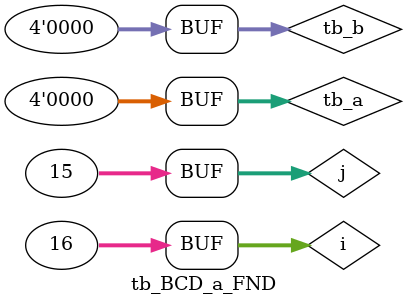
<source format=v>
module tb_BCD_a_FND;

reg [3:0] tb_a;
reg [3:0] tb_b;

wire [7:0] tb_seg1;
wire [7:0] tb_seg0;

BCD_a_FND baf (
    .a(tb_a),
    .b(tb_b),
    .seg1(tb_seg1),
    .seg0(tb_seg0)
);

integer i;
integer j;

initial begin
$dumpfile("testbench.vcd"); $dumpvars; 
#10;

tb_a = 4'b0;
tb_b = 4'b0;

for (i=0;i<16;i=i+1) begin
    #5 tb_a=tb_a+1;
        for (j=0;j<15;j=j+1) begin
            #5 tb_b=tb_b+1;
        end
end


// #30;

// tb_a = 4'b0001;
// tb_b = 4'b0001;
// tb_a = 4'b1000;
// tb_b = 4'b0111;

// #30;

// tb_a = 4'b0100;
// tb_b = 4'b0100;
// tb_a = 4'b1000;
// tb_b = 4'b0110;

// #30;

// tb_a = 4'b1000;
// tb_b = 4'b1111;
// tb_a = 4'b1000;
// tb_b = 4'b0101;

// #30;

// tb_a = 4'b1000;
// tb_b = 4'b1000;
// tb_a = 4'b1000;
// tb_b = 4'b0011;

// #30;

// tb_a = 4'b1111;
// tb_b = 4'b1000;
// tb_a = 4'b1000;
// tb_b = 4'b0001;

// #30;
  
end


endmodule // 
</source>
